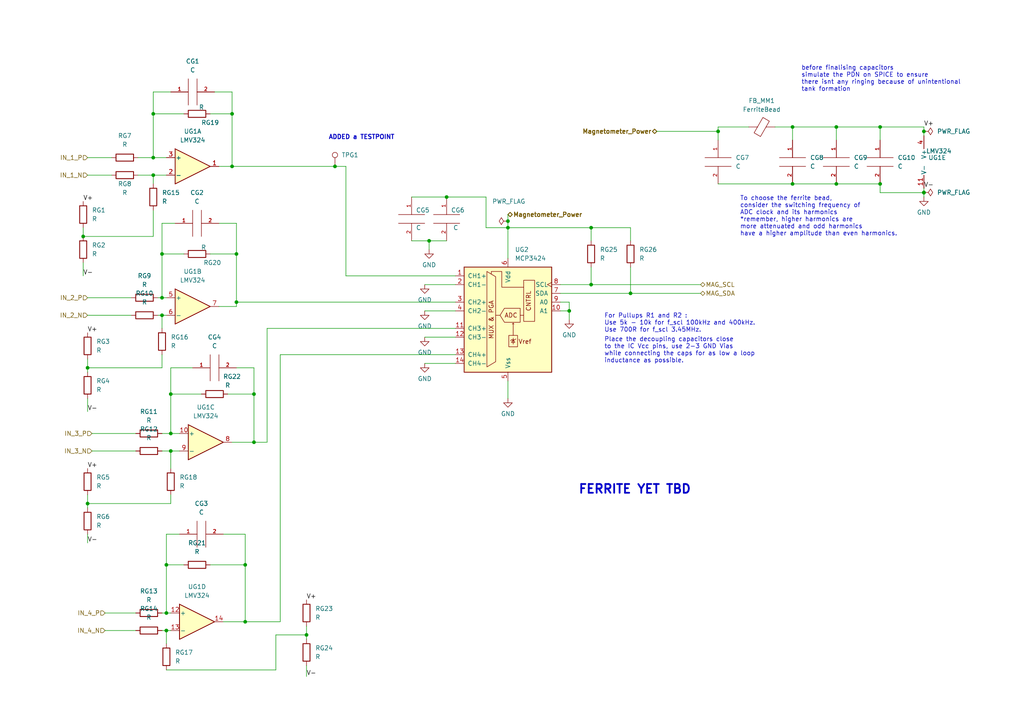
<source format=kicad_sch>
(kicad_sch (version 20211123) (generator eeschema)
  (paper "A4")
  (title_block (title "AOCS BOARD") (company "Parikshit Student Satellite Team"))
  (lib_symbols
    (symbol "Amplifier_Operational:LMV324" (pin_names (offset 0.127))
      (property "Reference" "U" (at 0 5.08 0))
      (property "Value" "LMV324" (at 0 -5.08 0))
      (symbol "LMV324_1_1"
        (polyline (pts (xy -5.08 5.08) (xy 5.08 0) (xy -5.08 -5.08) (xy -5.08 5.08)) (stroke (width 0.254)) (fill (type background)))
        (pin output line (at 7.62 0 180) (length 2.54) (name "~") (number "1"))
        (pin input line (at -7.62 -2.54 0) (length 2.54) (name "-") (number "2"))
        (pin input line (at -7.62 2.54 0) (length 2.54) (name "+") (number "3"))
      )
      (symbol "LMV324_2_1"
        (polyline (pts (xy -5.08 5.08) (xy 5.08 0) (xy -5.08 -5.08) (xy -5.08 5.08)) (stroke (width 0.254)) (fill (type background)))
        (pin input line (at -7.62 2.54 0) (length 2.54) (name "+") (number "5"))
        (pin input line (at -7.62 -2.54 0) (length 2.54) (name "-") (number "6"))
        (pin output line (at 7.62 0 180) (length 2.54) (name "~") (number "7"))
      )
      (symbol "LMV324_3_1"
        (polyline (pts (xy -5.08 5.08) (xy 5.08 0) (xy -5.08 -5.08) (xy -5.08 5.08)) (stroke (width 0.254)) (fill (type background)))
        (pin input line (at -7.62 2.54 0) (length 2.54) (name "+") (number "10"))
        (pin output line (at 7.62 0 180) (length 2.54) (name "~") (number "8"))
        (pin input line (at -7.62 -2.54 0) (length 2.54) (name "-") (number "9"))
      )
      (symbol "LMV324_4_1"
        (polyline (pts (xy -5.08 5.08) (xy 5.08 0) (xy -5.08 -5.08) (xy -5.08 5.08)) (stroke (width 0.254)) (fill (type background)))
        (pin input line (at -7.62 2.54 0) (length 2.54) (name "+") (number "12"))
        (pin input line (at -7.62 -2.54 0) (length 2.54) (name "-") (number "13"))
        (pin output line (at 7.62 0 180) (length 2.54) (name "~") (number "14"))
      )
      (symbol "LMV324_5_1"
        (pin power_in line (at -2.54 -7.62 90) (length 3.81) (name "V-") (number "11"))
        (pin power_in line (at -2.54 7.62 270) (length 3.81) (name "V+") (number "4"))
      )
    )
    (symbol "Analog_ADC:MCP3424" (pin_names (offset 1.016))
      (property "Reference" "U" (at -2.54 11.43 0))
      (property "Value" "MCP3424" (at -2.54 8.89 0))
      (symbol "MCP3424_0_0"
        (polyline (pts (xy -6.096 6.35) (xy -3.556 4.826) (xy -3.556 -19.812) (xy -6.096 -21.336) (xy -6.096 6.35)))
        (polyline (pts (xy 4.572 1.778) (xy -1.778 1.778) (xy -1.778 6.35) (xy -4.826 6.35) (xy -4.826 5.588)))
        (polyline (pts (xy 3.556 -4.318) (xy 3.556 -8.382) (xy -1.016 -8.382) (xy -2.286 -6.35) (xy -1.016 -4.318) (xy 3.556 -4.318)))
        (text "ADC" (at 0.889 -6.35 0) (effects (font (size 1.27 1.27))))
        (text "CNTRL" (at 6.731 -5.207 900) (effects (font (size 1.27 1.27)) (justify left bottom)))
        (text "MUX & PGA" (at -4.826 -7.62 900) (effects (font (size 1.27 1.27))))
        (text "Vref" (at 4.953 -13.97 0) (effects (font (size 1.27 1.27))))
      )
      (symbol "MCP3424_0_1"
        (polyline (pts (xy -3.556 -6.35) (xy -2.286 -6.35)))
        (polyline (pts (xy 1.016 -13.462) (xy 0.762 -13.716)))
        (polyline (pts (xy 1.524 -12.954) (xy 1.524 -14.732)))
        (polyline (pts (xy 1.524 -8.636) (xy 1.778 -8.89)))
        (polyline (pts (xy 3.556 -6.35) (xy 4.572 -6.35)))
        (polyline (pts (xy 1.016 -13.462) (xy 2.032 -13.462) (xy 2.286 -13.208)))
        (polyline (pts (xy 1.524 -12.192) (xy 1.524 -8.636) (xy 1.27 -8.89)))
        (polyline (pts (xy 1.524 -13.462) (xy 1.016 -14.224) (xy 2.032 -14.224) (xy 1.524 -13.462)))
        (rectangle (start 0.254 -12.192) (end 2.794 -15.494))
        (rectangle (start 4.572 -8.128) (end 7.747 3.81))
        (rectangle (start 12.7 7.62) (end -12.7 -22.86) (stroke (width 0.254)) (fill (type background)))
      )
      (symbol "MCP3424_1_1"
        (pin input line (at -15.24 5.08 0) (length 2.54) (name "CH1+") (number "1"))
        (pin input line (at 15.24 -5.08 180) (length 2.54) (name "A1") (number "10"))
        (pin input line (at -15.24 -10.16 0) (length 2.54) (name "CH3+") (number "11"))
        (pin input line (at -15.24 -12.7 0) (length 2.54) (name "CH3-") (number "12"))
        (pin input line (at -15.24 -17.78 0) (length 2.54) (name "CH4+") (number "13"))
        (pin input line (at -15.24 -20.32 0) (length 2.54) (name "CH4-") (number "14"))
        (pin input line (at -15.24 2.54 0) (length 2.54) (name "CH1-") (number "2"))
        (pin input line (at -15.24 -2.54 0) (length 2.54) (name "CH2+") (number "3"))
        (pin input line (at -15.24 -5.08 0) (length 2.54) (name "CH2-") (number "4"))
        (pin power_in line (at 0 -25.4 90) (length 2.54) (name "Vss") (number "5"))
        (pin power_in line (at 0 10.16 270) (length 2.54) (name "Vdd") (number "6"))
        (pin bidirectional line (at 15.24 0 180) (length 2.54) (name "SDA") (number "7"))
        (pin input clock (at 15.24 2.54 180) (length 2.54) (name "SCL") (number "8"))
        (pin input line (at 15.24 -2.54 180) (length 2.54) (name "A0") (number "9"))
      )
    )
    (symbol "Connector:TestPoint" (pin_numbers hide) (pin_names (offset 0.762) hide)
      (property "Reference" "TP" (at 0 6.858 0))
      (property "Value" "TestPoint" (at 0 5.08 0))
      (symbol "TestPoint_0_1"
        (circle (center 0 3.302) (radius 0.762))
      )
      (symbol "TestPoint_1_1"
        (pin passive line (at 0 0 90) (length 2.54) (name "1") (number "1"))
      )
    )
    (symbol "Device:FerriteBead" (pin_numbers hide) (pin_names (offset 0))
      (property "Reference" "FB" (at -3.81 0.635 90))
      (property "Value" "FerriteBead" (at 3.81 0 90))
      (symbol "FerriteBead_0_1"
        (polyline (pts (xy 0 -1.27) (xy 0 -1.2192)))
        (polyline (pts (xy 0 1.27) (xy 0 1.2954)))
        (polyline (pts (xy -2.7686 0.4064) (xy -1.7018 2.2606) (xy 2.7686 -0.3048) (xy 1.6764 -2.159) (xy -2.7686 0.4064)))
      )
      (symbol "FerriteBead_1_1"
        (pin passive line (at 0 3.81 270) (length 2.54) (name "~") (number "1"))
        (pin passive line (at 0 -3.81 90) (length 2.54) (name "~") (number "2"))
      )
    )
    (symbol "Device:R" (pin_numbers hide) (pin_names (offset 0))
      (property "Reference" "R" (at 2.032 0 90))
      (property "Value" "R" (at 0 0 90))
      (symbol "R_0_1"
        (rectangle (start -1.016 -2.54) (end 1.016 2.54) (stroke (width 0.254)))
      )
      (symbol "R_1_1"
        (pin passive line (at 0 3.81 270) (length 1.27) (name "~") (number "1"))
        (pin passive line (at 0 -3.81 90) (length 1.27) (name "~") (number "2"))
      )
    )
    (symbol "power:PWR_FLAG" (power) (pin_numbers hide) (pin_names (offset 0) hide)
      (property "Value" "PWR_FLAG" (at 0 3.81 0))
      (symbol "PWR_FLAG_0_0"
        (pin power_out line (at 0 0 90) (length 0) (name "pwr") (number "1"))
      )
      (symbol "PWR_FLAG_0_1"
        (polyline (pts (xy 0 0) (xy 0 1.27) (xy -1.016 1.905) (xy 0 2.54) (xy 1.016 1.905) (xy 0 1.27)))
      )
    )
    (symbol "pspice:C" (pin_names (offset 0.254))
      (property "Reference" "C" (at 2.54 3.81 90))
      (property "Value" "C" (at 2.54 -3.81 90))
      (symbol "C_0_1"
        (polyline (pts (xy -3.81 -1.27) (xy 3.81 -1.27)))
        (polyline (pts (xy -3.81 1.27) (xy 3.81 1.27)))
      )
      (symbol "C_1_1"
        (pin passive line (at 0 6.35 270) (length 5.08) (name "~") (number "1"))
        (pin passive line (at 0 -6.35 90) (length 5.08) (name "~") (number "2"))
      )
    )
    (symbol "upsat-comms-hardware:GND" (power) (pin_names (offset 0))
      (property "Value" "GND" (at 0 -3.81 0))
      (symbol "GND_0_1"
        (polyline (pts (xy 0 0) (xy 0 -1.27) (xy 1.27 -1.27) (xy 0 -2.54) (xy -1.27 -1.27) (xy 0 -1.27)))
      )
      (symbol "GND_1_1"
        (pin power_in line (at 0 0 270) (length 0) hide (name "GND") (number "1"))
      )
    )
  )
  (junction (at 147.32 66.04))
  (junction (at 267.97 38.1))
  (junction (at 165.1 90.17))
  (junction (at 73.66 128.27))
  (junction (at 25.4 146.05))
  (junction (at 49.53 125.73))
  (junction (at 46.99 73.66))
  (junction (at 242.57 36.83))
  (junction (at 24.13 68.58))
  (junction (at 67.31 48.26))
  (junction (at 48.26 163.83))
  (junction (at 44.45 33.02))
  (junction (at 68.58 73.66))
  (junction (at 73.66 114.3))
  (junction (at 48.26 177.8))
  (junction (at 129.54 57.15))
  (junction (at 71.12 180.34))
  (junction (at 267.97 55.88))
  (junction (at 67.31 33.02))
  (junction (at 255.27 36.83))
  (junction (at 46.99 91.44))
  (junction (at 255.27 53.34))
  (junction (at 71.12 163.83))
  (junction (at 25.4 106.68))
  (junction (at 208.28 38.1))
  (junction (at 242.57 53.34))
  (junction (at 68.58 87.63))
  (junction (at 88.9 184.15))
  (junction (at 229.87 36.83))
  (junction (at 267.97 55.8267))
  (junction (at 147.32 64.135))
  (junction (at 44.45 45.72))
  (junction (at 49.53 114.3))
  (junction (at 182.88 85.09))
  (junction (at 171.45 66.04))
  (junction (at 46.99 86.36))
  (junction (at 229.87 53.34))
  (junction (at 44.45 50.8))
  (junction (at 97.155 48.26))
  (junction (at 49.53 130.81))
  (junction (at 48.26 182.88))
  (junction (at 171.45 82.55))
  (junction (at 124.46 69.85))
  (wire (pts (xy 73.66 128.27) (xy 73.66 114.3)))
  (wire (pts (xy 100.33 80.01) (xy 132.08 80.01)))
  (wire (pts (xy 24.13 66.04) (xy 24.13 68.58)))
  (wire (pts (xy 147.32 62.23) (xy 147.32 64.135)))
  (wire (pts (xy 171.45 82.55) (xy 203.2 82.55)))
  (wire (pts (xy 48.26 163.83) (xy 48.26 177.8)))
  (wire (pts (xy 119.38 69.85) (xy 124.46 69.85)))
  (wire (pts (xy 46.99 73.66) (xy 46.99 86.36)))
  (wire (pts (xy 68.58 87.63) (xy 132.08 87.63)))
  (wire (pts (xy 48.26 182.88) (xy 48.26 186.69)))
  (wire (pts (xy 208.28 53.34) (xy 229.87 53.34)))
  (wire (pts (xy 147.32 66.04) (xy 140.97 66.04)))
  (wire (pts (xy 53.34 163.83) (xy 48.26 163.83)))
  (wire (pts (xy 242.57 36.83) (xy 229.87 36.83)))
  (wire (pts (xy 25.4 86.36) (xy 38.1 86.36)))
  (wire (pts (xy 124.46 69.85) (xy 129.54 69.85)))
  (wire (pts (xy 208.28 36.83) (xy 208.28 38.1)))
  (wire (pts (xy 182.88 66.04) (xy 171.45 66.04)))
  (wire (pts (xy 77.47 95.25) (xy 132.08 95.25)))
  (wire (pts (xy 229.87 53.34) (xy 242.57 53.34)))
  (wire (pts (xy 124.46 69.85) (xy 124.46 72.39)))
  (wire (pts (xy 40.005 45.72) (xy 44.45 45.72)))
  (wire (pts (xy 46.99 130.81) (xy 49.53 130.81)))
  (wire (pts (xy 48.26 154.94) (xy 48.26 163.83)))
  (wire (pts (xy 123.19 82.55) (xy 132.08 82.55)))
  (wire (pts (xy 24.13 76.2) (xy 24.13 80.01)))
  (wire (pts (xy 81.28 102.87) (xy 81.28 180.34)))
  (wire (pts (xy 255.27 36.83) (xy 242.57 36.83)))
  (wire (pts (xy 44.45 45.72) (xy 48.26 45.72)))
  (wire (pts (xy 25.4 146.05) (xy 25.4 147.32)))
  (wire (pts (xy 49.53 130.81) (xy 49.53 135.89)))
  (wire (pts (xy 81.28 180.34) (xy 71.12 180.34)))
  (wire (pts (xy 63.5 64.77) (xy 68.58 64.77)))
  (wire (pts (xy 267.97 36.83) (xy 267.97 38.1)))
  (wire (pts (xy 77.47 95.25) (xy 77.47 128.27)))
  (wire (pts (xy 25.4 143.51) (xy 25.4 146.05)))
  (wire (pts (xy 255.27 55.88) (xy 255.27 53.34)))
  (wire (pts (xy 55.88 106.68) (xy 49.53 106.68)))
  (wire (pts (xy 60.96 163.83) (xy 71.12 163.83)))
  (wire (pts (xy 45.72 91.44) (xy 46.99 91.44)))
  (wire (pts (xy 162.56 85.09) (xy 182.88 85.09)))
  (wire (pts (xy 68.58 87.63) (xy 68.58 73.66)))
  (wire (pts (xy 73.66 106.68) (xy 73.66 114.3)))
  (wire (pts (xy 217.17 36.83) (xy 208.28 36.83)))
  (wire (pts (xy 68.58 88.9) (xy 68.58 87.63)))
  (wire (pts (xy 46.99 125.73) (xy 49.53 125.73)))
  (wire (pts (xy 46.99 91.44) (xy 46.99 95.25)))
  (wire (pts (xy 46.99 86.36) (xy 48.26 86.36)))
  (wire (pts (xy 50.8 64.77) (xy 46.99 64.77)))
  (wire (pts (xy 147.32 64.135) (xy 147.32 66.04)))
  (wire (pts (xy 267.97 36.83) (xy 255.27 36.83)))
  (wire (pts (xy 71.12 154.94) (xy 71.12 163.83)))
  (wire (pts (xy 67.31 128.27) (xy 73.66 128.27)))
  (wire (pts (xy 60.96 73.66) (xy 68.58 73.66)))
  (wire (pts (xy 64.77 154.94) (xy 71.12 154.94)))
  (wire (pts (xy 49.53 114.3) (xy 49.53 125.73)))
  (wire (pts (xy 25.4 91.44) (xy 38.1 91.44)))
  (wire (pts (xy 147.32 110.49) (xy 147.32 115.57)))
  (wire (pts (xy 140.97 57.15) (xy 129.54 57.15)))
  (wire (pts (xy 53.34 33.02) (xy 44.45 33.02)))
  (wire (pts (xy 45.72 86.36) (xy 46.99 86.36)))
  (wire (pts (xy 49.53 143.51) (xy 49.53 146.05)))
  (wire (pts (xy 80.01 194.31) (xy 80.01 184.15)))
  (wire (pts (xy 53.34 73.66) (xy 46.99 73.66)))
  (wire (pts (xy 171.45 66.04) (xy 147.32 66.04)))
  (wire (pts (xy 165.1 87.63) (xy 165.1 90.17)))
  (wire (pts (xy 25.4 106.68) (xy 46.99 106.68)))
  (wire (pts (xy 44.45 33.02) (xy 44.45 45.72)))
  (wire (pts (xy 267.97 55.88) (xy 255.27 55.88)))
  (wire (pts (xy 88.9 184.15) (xy 88.9 185.42)))
  (wire (pts (xy 63.5 48.26) (xy 67.31 48.26)))
  (wire (pts (xy 26.67 130.81) (xy 39.37 130.81)))
  (wire (pts (xy 190.5 38.1) (xy 208.28 38.1)))
  (wire (pts (xy 182.88 85.09) (xy 203.2 85.09)))
  (wire (pts (xy 81.28 102.87) (xy 132.08 102.87)))
  (wire (pts (xy 100.33 80.01) (xy 100.33 48.26)))
  (wire (pts (xy 25.4 115.57) (xy 25.4 119.38)))
  (wire (pts (xy 208.28 38.1) (xy 208.28 40.64)))
  (wire (pts (xy 140.97 66.04) (xy 140.97 57.15)))
  (wire (pts (xy 49.53 106.68) (xy 49.53 114.3)))
  (wire (pts (xy 25.4 104.14) (xy 25.4 106.68)))
  (wire (pts (xy 49.53 125.73) (xy 52.07 125.73)))
  (wire (pts (xy 30.48 182.88) (xy 39.37 182.88)))
  (wire (pts (xy 46.99 102.87) (xy 46.99 106.68)))
  (wire (pts (xy 44.45 50.8) (xy 48.26 50.8)))
  (wire (pts (xy 66.04 114.3) (xy 73.66 114.3)))
  (wire (pts (xy 49.53 130.81) (xy 52.07 130.81)))
  (wire (pts (xy 44.45 60.96) (xy 44.45 68.58)))
  (wire (pts (xy 119.38 57.15) (xy 129.54 57.15)))
  (wire (pts (xy 25.4 106.68) (xy 25.4 107.95)))
  (wire (pts (xy 100.33 48.26) (xy 97.155 48.26)))
  (wire (pts (xy 52.07 154.94) (xy 48.26 154.94)))
  (wire (pts (xy 77.47 128.27) (xy 73.66 128.27)))
  (wire (pts (xy 182.88 85.09) (xy 182.88 77.47)))
  (wire (pts (xy 44.45 50.8) (xy 44.45 53.34)))
  (wire (pts (xy 224.79 36.83) (xy 229.87 36.83)))
  (wire (pts (xy 67.31 48.26) (xy 67.31 33.02)))
  (wire (pts (xy 147.32 66.04) (xy 147.32 74.93)))
  (wire (pts (xy 25.4 50.8) (xy 32.385 50.8)))
  (wire (pts (xy 60.96 33.02) (xy 67.31 33.02)))
  (wire (pts (xy 46.99 64.77) (xy 46.99 73.66)))
  (wire (pts (xy 80.01 184.15) (xy 88.9 184.15)))
  (wire (pts (xy 30.48 177.8) (xy 39.37 177.8)))
  (wire (pts (xy 49.53 146.05) (xy 25.4 146.05)))
  (wire (pts (xy 97.155 48.26) (xy 67.31 48.26)))
  (wire (pts (xy 44.45 26.67) (xy 44.45 33.02)))
  (wire (pts (xy 267.97 55.88) (xy 267.97 57.15)))
  (wire (pts (xy 58.42 114.3) (xy 49.53 114.3)))
  (wire (pts (xy 162.56 87.63) (xy 165.1 87.63)))
  (wire (pts (xy 25.4 154.94) (xy 25.4 157.48)))
  (wire (pts (xy 255.27 40.64) (xy 255.27 36.83)))
  (wire (pts (xy 171.45 69.85) (xy 171.45 66.04)))
  (wire (pts (xy 162.56 82.55) (xy 171.45 82.55)))
  (wire (pts (xy 71.12 163.83) (xy 71.12 180.34)))
  (wire (pts (xy 123.19 105.41) (xy 132.08 105.41)))
  (wire (pts (xy 267.97 38.1) (xy 267.97 39.37)))
  (wire (pts (xy 46.99 177.8) (xy 48.26 177.8)))
  (wire (pts (xy 40.005 50.8) (xy 44.45 50.8)))
  (wire (pts (xy 49.53 26.67) (xy 44.45 26.67)))
  (wire (pts (xy 63.5 88.9) (xy 68.58 88.9)))
  (wire (pts (xy 48.26 177.8) (xy 49.53 177.8)))
  (wire (pts (xy 68.58 106.68) (xy 73.66 106.68)))
  (wire (pts (xy 88.9 193.04) (xy 88.9 196.215)))
  (wire (pts (xy 26.67 125.73) (xy 39.37 125.73)))
  (wire (pts (xy 123.19 97.79) (xy 132.08 97.79)))
  (wire (pts (xy 242.57 40.64) (xy 242.57 36.83)))
  (wire (pts (xy 242.57 53.34) (xy 255.27 53.34)))
  (wire (pts (xy 46.99 91.44) (xy 48.26 91.44)))
  (wire (pts (xy 162.56 90.17) (xy 165.1 90.17)))
  (wire (pts (xy 171.45 82.55) (xy 171.45 77.47)))
  (wire (pts (xy 44.45 68.58) (xy 24.13 68.58)))
  (wire (pts (xy 123.19 90.17) (xy 132.08 90.17)))
  (wire (pts (xy 182.88 69.85) (xy 182.88 66.04)))
  (wire (pts (xy 46.99 182.88) (xy 48.26 182.88)))
  (wire (pts (xy 88.9 181.61) (xy 88.9 184.15)))
  (wire (pts (xy 64.77 180.34) (xy 71.12 180.34)))
  (wire (pts (xy 267.97 54.61) (xy 267.97 55.8267)))
  (wire (pts (xy 25.4 45.72) (xy 32.385 45.72)))
  (wire (pts (xy 62.23 26.67) (xy 67.31 26.67)))
  (wire (pts (xy 67.31 26.67) (xy 67.31 33.02)))
  (wire (pts (xy 165.1 90.17) (xy 165.1 92.71)))
  (wire (pts (xy 48.26 182.88) (xy 49.53 182.88)))
  (wire (pts (xy 68.58 64.77) (xy 68.58 73.66)))
  (wire (pts (xy 267.97 55.8267) (xy 267.97 55.88)))
  (wire (pts (xy 229.87 36.83) (xy 229.87 40.64)))
  (wire (pts (xy 48.26 194.31) (xy 80.01 194.31)))
  (text "For Pullups R1 and R2 :\nUse 5k - 10k for f_scl 100kHz and 400kHz.\nUse 700R for f_scl 3.45MHz." (at 175.26 96.52 0) (effects (font (size 1.27 1.27)) (justify left bottom)))
  (text "FERRITE YET TBD" (at 167.64 143.51 0) (effects (font (size 2.54 2.54) (thickness 0.508) bold) (justify left bottom)))
  (text "ADDED a TESTPOINT\n" (at 95.25 40.64 0) (effects (font (size 1.27 1.27) bold) (justify left bottom)))
  (text "before finalising capacitors \nsimulate the PDN on SPICE to ensure \nthere isnt any ringing because of unintentional \ntank formation\n" (at 232.41 26.67 0) (effects (font (size 1.27 1.27)) (justify left bottom)))
  (text "Place the decoupling capacitors close\nto the IC Vcc pins, use 2-3 GND Vias \nwhile connecting the caps for as low a loop\ninductance as possible.\n" (at 175.26 105.41 0) (effects (font (size 1.27 1.27)) (justify left bottom)))
  (text "To choose the ferrite bead, \nconsider the switching frequency of \nADC clock and its harmonics \n*remember, higher harmonics are \nmore attenuated and odd harmonics \nhave a higher amplitude than even harmonics. " (at 214.63 68.58 0) (effects (font (size 1.27 1.27)) (justify left bottom)))
  (label "V+" (at 25.4 96.52 0))
  (label "V-" (at 25.4 157.48 0))
  (label "V+" (at 267.97 36.83 0))
  (label "V+" (at 88.9 173.99 0))
  (label "V+" (at 24.13 58.42 0))
  (label "V+" (at 25.4 135.89 0))
  (label "V-" (at 88.9 196.215 0))
  (label "V-" (at 24.13 80.01 0))
  (label "V-" (at 267.97 54.61 0))
  (label "V-" (at 25.4 119.38 0))
  (hierarchical_label "MAG_SDA" (shape bidirectional) (at 203.2 85.09 0))
  (hierarchical_label "IN_1_P" (shape input) (at 25.4 45.72 180))
  (hierarchical_label "IN_3_P" (shape input) (at 26.67 125.73 180))
  (hierarchical_label "IN_4_N" (shape input) (at 30.48 182.88 180))
  (hierarchical_label "Magnetometer_Power" (shape bidirectional) (at 190.5 38.1 180) (effects (font (thickness 0.254) bold)))
  (hierarchical_label "IN_4_P" (shape input) (at 30.48 177.8 180))
  (hierarchical_label "IN_2_P" (shape input) (at 25.4 86.36 180))
  (hierarchical_label "IN_1_N" (shape input) (at 25.4 50.8 180))
  (hierarchical_label "IN_3_N" (shape input) (at 26.67 130.81 180))
  (hierarchical_label "IN_2_N" (shape input) (at 25.4 91.44 180))
  (hierarchical_label "Magnetometer_Power" (shape bidirectional) (at 147.32 62.23 0) (effects (font (thickness 0.254) bold)))
  (hierarchical_label "MAG_SCL" (shape bidirectional) (at 203.2 82.55 0))
  (symbol (lib_id "upsat-comms-hardware:GND") (at 123.19 97.79 0) (unit 1)
    (property "Reference" "#PWR03" (effects hide))
    (property "Value" "GND" (at 123.19 102.235 0))
  )
  (symbol (lib_id "Amplifier_Operational:LMV324") (at 57.15 180.34 0) (unit 4)
    (property "Reference" "UG1" (at 57.15 170.18 0))
    (property "Value" "LMV324" (at 57.15 172.72 0))
    (property "Datasheet" "http://www.ti.com/lit/ds/symlink/lmv324.pdf" (effects hide))
  )
  (symbol (lib_id "Device:R") (at 43.18 177.8 90) (unit 1)
    (property "Reference" "RG13" (at 43.18 171.45 90))
    (property "Value" "R" (at 43.18 173.99 90))
  )
  (symbol (lib_id "Device:R") (at 36.195 50.8 90) (unit 1)
    (property "Reference" "RG8" (at 36.195 53.34 90))
    (property "Value" "R" (at 36.195 55.88 90))
  )
  (symbol (lib_id "Device:R") (at 25.4 100.33 0) (unit 1)
    (property "Reference" "RG3" (at 27.94 99.0599 0) (effects (justify left)))
    (property "Value" "R" (at 27.94 101.5999 0) (effects (justify left)))
  )
  (symbol (lib_id "Amplifier_Operational:LMV324") (at 55.88 48.26 0) (unit 1)
    (property "Reference" "UG1" (at 55.88 38.1 0))
    (property "Value" "LMV324" (at 55.88 40.64 0))
    (property "Datasheet" "http://www.ti.com/lit/ds/symlink/lmv324.pdf" (effects hide))
  )
  (symbol (lib_id "Device:R") (at 48.26 190.5 180) (unit 1)
    (property "Reference" "RG17" (at 50.8 189.2299 0) (effects (justify right)))
    (property "Value" "R" (at 50.8 191.7699 0) (effects (justify right)))
  )
  (symbol (lib_id "power:PWR_FLAG") (at 267.97 55.8267 270) (unit 1)
    (property "Reference" "#FLG03" (effects hide))
    (property "Value" "PWR_FLAG" (at 271.78 55.8267 90) (effects (justify left)))
  )
  (symbol (lib_id "pspice:C") (at 229.87 46.99 0) (unit 1)
    (property "Reference" "CG8" (at 234.95 45.7199 0) (effects (justify left)))
    (property "Value" "C" (at 234.95 48.2599 0) (effects (justify left)))
  )
  (symbol (lib_id "Device:R") (at 25.4 139.7 0) (unit 1)
    (property "Reference" "RG5" (at 27.94 138.4299 0) (effects (justify left)))
    (property "Value" "R" (at 27.94 140.9699 0) (effects (justify left)))
  )
  (symbol (lib_id "pspice:C") (at 208.28 46.99 0) (unit 1)
    (property "Reference" "CG7" (at 213.36 45.7199 0) (effects (justify left)))
    (property "Value" "C" (at 213.36 48.2599 0) (effects (justify left)))
  )
  (symbol (lib_id "upsat-comms-hardware:GND") (at 123.19 82.55 0) (unit 1)
    (property "Reference" "#PWR01" (effects hide))
    (property "Value" "GND" (at 123.19 86.995 0))
  )
  (symbol (lib_id "Device:R") (at 57.15 73.66 90) (unit 1)
    (property "Reference" "RG20" (at 61.595 76.2 90))
    (property "Value" "R" (at 59.055 71.755 90))
  )
  (symbol (lib_id "Device:R") (at 57.15 163.83 90) (unit 1)
    (property "Reference" "RG21" (at 57.15 157.48 90))
    (property "Value" "R" (at 57.15 160.02 90))
  )
  (symbol (lib_id "Device:R") (at 43.18 182.88 90) (unit 1)
    (property "Reference" "RG14" (at 43.18 176.53 90))
    (property "Value" "R" (at 43.18 179.07 90))
  )
  (symbol (lib_id "upsat-comms-hardware:GND") (at 123.19 90.17 0) (unit 1)
    (property "Reference" "#PWR02" (effects hide))
    (property "Value" "GND" (at 123.19 94.615 0))
  )
  (symbol (lib_id "pspice:C") (at 58.42 154.94 90) (unit 1)
    (property "Reference" "CG3" (at 58.42 146.05 90))
    (property "Value" "C" (at 58.42 148.59 90))
  )
  (symbol (lib_id "upsat-comms-hardware:GND") (at 147.32 115.57 0) (unit 1)
    (property "Reference" "#PWR06" (effects hide))
    (property "Value" "GND" (at 147.32 120.015 0))
  )
  (symbol (lib_id "Amplifier_Operational:LMV324") (at 59.69 128.27 0) (unit 3)
    (property "Reference" "UG1" (at 59.69 118.11 0))
    (property "Value" "LMV324" (at 59.69 120.65 0))
    (property "Datasheet" "http://www.ti.com/lit/ds/symlink/lmv324.pdf" (effects hide))
  )
  (symbol (lib_id "Analog_ADC:MCP3424") (at 147.32 85.09 0) (unit 1)
    (property "Reference" "UG2" (at 149.3394 72.39 0) (effects (justify left)))
    (property "Value" "MCP3424" (at 149.3394 74.93 0) (effects (justify left)))
    (property "Datasheet" "http://ww1.microchip.com/downloads/en/DeviceDoc/22088c.pdf" (effects hide))
  )
  (symbol (lib_id "Device:R") (at 88.9 177.8 0) (unit 1)
    (property "Reference" "RG23" (at 91.44 176.5299 0) (effects (justify left)))
    (property "Value" "R" (at 91.44 179.0699 0) (effects (justify left)))
  )
  (symbol (lib_id "pspice:C") (at 55.88 26.67 90) (unit 1)
    (property "Reference" "CG1" (at 55.88 17.78 90))
    (property "Value" "C" (at 55.88 20.32 90))
  )
  (symbol (lib_id "Device:R") (at 57.15 33.02 90) (unit 1)
    (property "Reference" "RG19" (at 60.96 35.56 90))
    (property "Value" "R" (at 58.42 31.115 90))
  )
  (symbol (lib_id "Device:R") (at 62.23 114.3 90) (unit 1)
    (property "Reference" "RG22" (at 67.31 109.22 90))
    (property "Value" "R" (at 66.04 111.76 90))
  )
  (symbol (lib_id "Device:R") (at 25.4 151.13 0) (unit 1)
    (property "Reference" "RG6" (at 27.94 149.8599 0) (effects (justify left)))
    (property "Value" "R" (at 27.94 152.3999 0) (effects (justify left)))
  )
  (symbol (lib_id "upsat-comms-hardware:GND") (at 123.19 105.41 0) (unit 1)
    (property "Reference" "#PWR04" (effects hide))
    (property "Value" "GND" (at 123.19 109.855 0))
  )
  (symbol (lib_id "power:PWR_FLAG") (at 147.32 64.135 90) (unit 1)
    (property "Reference" "#FLG01" (effects hide))
    (property "Value" "PWR_FLAG" (at 152.4 58.42 90) (effects (justify left)))
  )
  (symbol (lib_id "Device:R") (at 25.4 111.76 0) (unit 1)
    (property "Reference" "RG4" (at 27.94 110.4899 0) (effects (justify left)))
    (property "Value" "R" (at 27.94 113.0299 0) (effects (justify left)))
  )
  (symbol (lib_id "power:PWR_FLAG") (at 267.97 38.1 270) (unit 1)
    (property "Reference" "#FLG02" (effects hide))
    (property "Value" "PWR_FLAG" (at 271.78 38.1 90) (effects (justify left)))
  )
  (symbol (lib_id "pspice:C") (at 129.54 63.5 0) (unit 1)
    (property "Reference" "CG6" (at 130.81 60.96 0) (effects (justify left)))
    (property "Value" "C" (at 131.445 66.04 0) (effects (justify left)))
  )
  (symbol (lib_id "Device:R") (at 41.91 86.36 90) (unit 1)
    (property "Reference" "RG9" (at 41.91 80.01 90))
    (property "Value" "R" (at 41.91 82.55 90))
  )
  (symbol (lib_id "Device:R") (at 88.9 189.23 0) (unit 1)
    (property "Reference" "RG24" (at 91.44 187.9599 0) (effects (justify left)))
    (property "Value" "R" (at 91.44 190.4999 0) (effects (justify left)))
  )
  (symbol (lib_id "Device:R") (at 41.91 91.44 90) (unit 1)
    (property "Reference" "RG10" (at 41.91 85.09 90))
    (property "Value" "R" (at 41.91 87.63 90))
  )
  (symbol (lib_id "pspice:C") (at 57.15 64.77 90) (unit 1)
    (property "Reference" "CG2" (at 57.15 55.88 90))
    (property "Value" "C" (at 57.15 58.42 90))
  )
  (symbol (lib_id "Connector:TestPoint") (at 97.155 48.26 0) (unit 1)
    (property "Reference" "TPG1" (at 99.06 44.9579 0) (effects (justify left)))
    (property "Value" "TestPoint" (effects hide))
    (property "Footprint" "TestPoint:TestPoint_Plated_Hole_D2.0mm" (effects hide))
  )
  (symbol (lib_id "pspice:C") (at 119.38 63.5 0) (unit 1)
    (property "Reference" "CG5" (at 120.65 60.96 0) (effects (justify left)))
    (property "Value" "C" (at 120.65 66.04 0) (effects (justify left)))
  )
  (symbol (lib_id "Device:R") (at 182.88 73.66 0) (unit 1)
    (property "Reference" "RG26" (at 185.42 72.3899 0) (effects (justify left)))
    (property "Value" "R" (at 185.42 74.9299 0) (effects (justify left)))
  )
  (symbol (lib_id "upsat-comms-hardware:GND") (at 124.46 72.39 0) (unit 1)
    (property "Reference" "#PWR05" (effects hide))
    (property "Value" "GND" (at 124.46 76.835 0))
  )
  (symbol (lib_id "Device:R") (at 24.13 62.23 0) (unit 1)
    (property "Reference" "RG1" (at 26.67 60.9599 0) (effects (justify left)))
    (property "Value" "R" (at 26.67 63.4999 0) (effects (justify left)))
  )
  (symbol (lib_id "pspice:C") (at 62.23 106.68 90) (unit 1)
    (property "Reference" "CG4" (at 62.23 97.79 90))
    (property "Value" "C" (at 62.23 100.33 90))
  )
  (symbol (lib_id "Amplifier_Operational:LMV324") (at 55.88 88.9 0) (unit 2)
    (property "Reference" "UG1" (at 55.88 78.74 0))
    (property "Value" "LMV324" (at 55.88 81.28 0))
    (property "Datasheet" "http://www.ti.com/lit/ds/symlink/lmv324.pdf" (effects hide))
  )
  (symbol (lib_id "Device:R") (at 43.18 130.81 90) (unit 1)
    (property "Reference" "RG12" (at 43.18 124.46 90))
    (property "Value" "R" (at 43.18 127 90))
  )
  (symbol (lib_id "Device:R") (at 44.45 57.15 180) (unit 1)
    (property "Reference" "RG15" (at 46.99 55.8799 0) (effects (justify right)))
    (property "Value" "R" (at 46.99 58.4199 0) (effects (justify right)))
  )
  (symbol (lib_id "pspice:C") (at 255.27 46.99 0) (unit 1)
    (property "Reference" "CG10" (at 260.35 45.7199 0) (effects (justify left)))
    (property "Value" "C" (at 260.35 48.2599 0) (effects (justify left)))
  )
  (symbol (lib_id "Amplifier_Operational:LMV324") (at 270.51 46.99 0) (unit 5)
    (property "Reference" "UG1" (at 269.24 45.7199 0) (effects (justify left)))
    (property "Value" "LMV324" (at 268.605 43.815 0) (effects (justify left)))
    (property "Datasheet" "http://www.ti.com/lit/ds/symlink/lmv324.pdf" (effects hide))
  )
  (symbol (lib_id "Device:FerriteBead") (at 220.98 36.83 90) (unit 1)
    (property "Reference" "FB_MM1" (at 220.9292 29.21 90))
    (property "Value" "FerriteBead" (at 220.9292 31.75 90))
  )
  (symbol (lib_id "Device:R") (at 49.53 139.7 180) (unit 1)
    (property "Reference" "RG18" (at 52.07 138.4299 0) (effects (justify right)))
    (property "Value" "R" (at 52.07 140.9699 0) (effects (justify right)))
  )
  (symbol (lib_id "Device:R") (at 43.18 125.73 90) (unit 1)
    (property "Reference" "RG11" (at 43.18 119.38 90))
    (property "Value" "R" (at 43.18 121.92 90))
  )
  (symbol (lib_id "pspice:C") (at 242.57 46.99 0) (unit 1)
    (property "Reference" "CG9" (at 247.65 45.7199 0) (effects (justify left)))
    (property "Value" "C" (at 247.65 48.2599 0) (effects (justify left)))
  )
  (symbol (lib_id "upsat-comms-hardware:GND") (at 165.1 92.71 0) (unit 1)
    (property "Reference" "#PWR07" (effects hide))
    (property "Value" "GND" (at 165.1 97.155 0))
  )
  (symbol (lib_id "Device:R") (at 36.195 45.72 90) (unit 1)
    (property "Reference" "RG7" (at 36.195 39.37 90))
    (property "Value" "R" (at 36.195 41.91 90))
  )
  (symbol (lib_id "Device:R") (at 46.99 99.06 180) (unit 1)
    (property "Reference" "RG16" (at 49.53 97.7899 0) (effects (justify right)))
    (property "Value" "R" (at 49.53 100.3299 0) (effects (justify right)))
  )
  (symbol (lib_id "upsat-comms-hardware:GND") (at 267.97 57.15 0) (unit 1)
    (property "Reference" "#PWR08" (effects hide))
    (property "Value" "GND" (at 267.97 61.595 0))
  )
  (symbol (lib_id "Device:R") (at 24.13 72.39 0) (unit 1)
    (property "Reference" "RG2" (at 26.67 71.1199 0) (effects (justify left)))
    (property "Value" "R" (at 26.67 73.6599 0) (effects (justify left)))
  )
  (symbol (lib_id "Device:R") (at 171.45 73.66 0) (unit 1)
    (property "Reference" "RG25" (at 173.99 72.3899 0) (effects (justify left)))
    (property "Value" "R" (at 173.99 74.9299 0) (effects (justify left)))
  )
)
</source>
